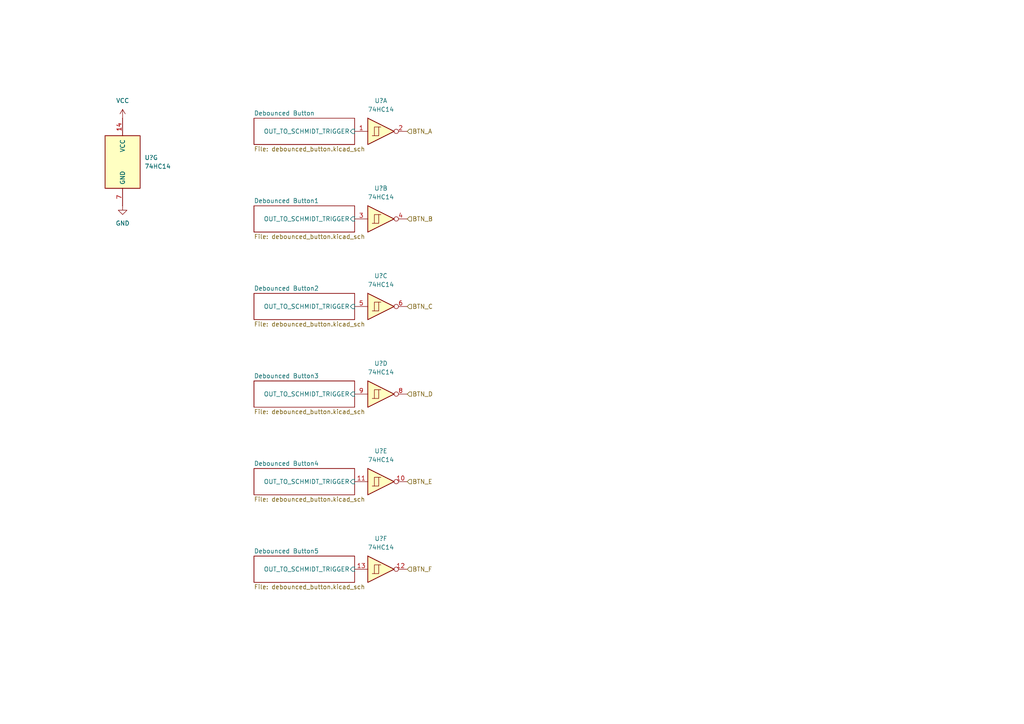
<source format=kicad_sch>
(kicad_sch (version 20250114) (generator "eeschema") (generator_version "9.0")
  (paper "A4")
  (title_block (date "2025-02-23") (rev "v0.2") (company "kevontheweb"))
  (lib_symbols
    (symbol "74xx:74HC14" (pin_names (offset 1.016))
      (property "Reference" "U" (at 0 1.27 0))
      (property "Value" "74HC14" (at 0 -1.27 0))
      (symbol "74HC14_1_0"
        (polyline (pts (xy -3.81 3.81) (xy -3.81 -3.81) (xy 3.81 0) (xy -3.81 3.81)) (stroke (width 0.254)) (fill (type background)))
        (pin input line (at -7.62 0 0) (length 3.81) (name "~") (number "1"))
        (pin output inverted (at 7.62 0 180) (length 3.81) (name "~") (number "2"))
      )
      (symbol "74HC14_1_1"
        (polyline (pts (xy -2.54 -1.27) (xy -0.635 -1.27) (xy -0.635 1.27) (xy 0 1.27)))
        (polyline (pts (xy -1.905 -1.27) (xy -1.905 1.27) (xy -0.635 1.27)))
      )
      (symbol "74HC14_2_0"
        (polyline (pts (xy -3.81 3.81) (xy -3.81 -3.81) (xy 3.81 0) (xy -3.81 3.81)) (stroke (width 0.254)) (fill (type background)))
        (pin input line (at -7.62 0 0) (length 3.81) (name "~") (number "3"))
        (pin output inverted (at 7.62 0 180) (length 3.81) (name "~") (number "4"))
      )
      (symbol "74HC14_2_1"
        (polyline (pts (xy -2.54 -1.27) (xy -0.635 -1.27) (xy -0.635 1.27) (xy 0 1.27)))
        (polyline (pts (xy -1.905 -1.27) (xy -1.905 1.27) (xy -0.635 1.27)))
      )
      (symbol "74HC14_3_0"
        (polyline (pts (xy -3.81 3.81) (xy -3.81 -3.81) (xy 3.81 0) (xy -3.81 3.81)) (stroke (width 0.254)) (fill (type background)))
        (pin input line (at -7.62 0 0) (length 3.81) (name "~") (number "5"))
        (pin output inverted (at 7.62 0 180) (length 3.81) (name "~") (number "6"))
      )
      (symbol "74HC14_3_1"
        (polyline (pts (xy -2.54 -1.27) (xy -0.635 -1.27) (xy -0.635 1.27) (xy 0 1.27)))
        (polyline (pts (xy -1.905 -1.27) (xy -1.905 1.27) (xy -0.635 1.27)))
      )
      (symbol "74HC14_4_0"
        (polyline (pts (xy -3.81 3.81) (xy -3.81 -3.81) (xy 3.81 0) (xy -3.81 3.81)) (stroke (width 0.254)) (fill (type background)))
        (pin input line (at -7.62 0 0) (length 3.81) (name "~") (number "9"))
        (pin output inverted (at 7.62 0 180) (length 3.81) (name "~") (number "8"))
      )
      (symbol "74HC14_4_1"
        (polyline (pts (xy -2.54 -1.27) (xy -0.635 -1.27) (xy -0.635 1.27) (xy 0 1.27)))
        (polyline (pts (xy -1.905 -1.27) (xy -1.905 1.27) (xy -0.635 1.27)))
      )
      (symbol "74HC14_5_0"
        (polyline (pts (xy -3.81 3.81) (xy -3.81 -3.81) (xy 3.81 0) (xy -3.81 3.81)) (stroke (width 0.254)) (fill (type background)))
        (pin input line (at -7.62 0 0) (length 3.81) (name "~") (number "11"))
        (pin output inverted (at 7.62 0 180) (length 3.81) (name "~") (number "10"))
      )
      (symbol "74HC14_5_1"
        (polyline (pts (xy -2.54 -1.27) (xy -0.635 -1.27) (xy -0.635 1.27) (xy 0 1.27)))
        (polyline (pts (xy -1.905 -1.27) (xy -1.905 1.27) (xy -0.635 1.27)))
      )
      (symbol "74HC14_6_0"
        (polyline (pts (xy -3.81 3.81) (xy -3.81 -3.81) (xy 3.81 0) (xy -3.81 3.81)) (stroke (width 0.254)) (fill (type background)))
        (pin input line (at -7.62 0 0) (length 3.81) (name "~") (number "13"))
        (pin output inverted (at 7.62 0 180) (length 3.81) (name "~") (number "12"))
      )
      (symbol "74HC14_6_1"
        (polyline (pts (xy -2.54 -1.27) (xy -0.635 -1.27) (xy -0.635 1.27) (xy 0 1.27)))
        (polyline (pts (xy -1.905 -1.27) (xy -1.905 1.27) (xy -0.635 1.27)))
      )
      (symbol "74HC14_7_0"
        (pin power_in line (at 0 12.7 270) (length 5.08) (name "VCC") (number "14"))
        (pin power_in line (at 0 -12.7 90) (length 5.08) (name "GND") (number "7"))
      )
      (symbol "74HC14_7_1"
        (rectangle (start -5.08 7.62) (end 5.08 -7.62) (stroke (width 0.254)) (fill (type background)))
      )
    )
    (symbol "power:GND" (power) (pin_numbers (hide yes)) (pin_names (offset 0) (hide yes))
      (property "Value" "GND" (at 0 -3.81 0))
      (symbol "GND_0_1"
        (polyline (pts (xy 0 0) (xy 0 -1.27) (xy 1.27 -1.27) (xy 0 -2.54) (xy -1.27 -1.27) (xy 0 -1.27)))
      )
      (symbol "GND_1_1"
        (pin power_in line (at 0 0 270) (length 0) (name "~") (number "1"))
      )
    )
    (symbol "power:VCC" (power) (pin_numbers (hide yes)) (pin_names (offset 0) (hide yes))
      (property "Value" "VCC" (at 0 3.556 0))
      (symbol "VCC_0_1"
        (polyline (pts (xy -0.762 1.27) (xy 0 2.54)))
        (polyline (pts (xy 0 2.54) (xy 0.762 1.27)))
        (polyline (pts (xy 0 0) (xy 0 2.54)))
      )
      (symbol "VCC_1_1"
        (pin power_in line (at 0 0 90) (length 0) (name "~") (number "1"))
      )
    )
  )
  (hierarchical_label "BTN_C" (shape input) (at 118.11 88.9 0))
  (hierarchical_label "BTN_A" (shape input) (at 118.11 38.1 0))
  (hierarchical_label "BTN_E" (shape input) (at 118.11 139.7 0))
  (hierarchical_label "BTN_D" (shape input) (at 118.11 114.3 0))
  (hierarchical_label "BTN_B" (shape input) (at 118.11 63.5 0))
  (hierarchical_label "BTN_F" (shape input) (at 118.11 165.1 0))
  (symbol (lib_id "74xx:74HC14") (at 35.56 46.99 0) (unit 7)
    (property "Reference" "U10" (at 41.91 45.7199 0) (effects (justify left)))
    (property "Value" "74HC14" (at 41.91 48.2599 0) (effects (justify left)))
    (property "Footprint" "Package_SO:SO-14_3.9x8.65mm_P1.27mm" (effects (hide yes)))
    (property "Datasheet" "http://www.ti.com/lit/gpn/sn74HC14" (effects (hide yes)))
    (property "Description" "Hex inverter schmitt trigger" (effects (hide yes)))
    (instances (project "" (path "" (reference "U?") (unit 7)) (path "" (reference "U10") (unit 7))))
  )
  (symbol (lib_id "power:GND") (at 35.56 59.69 0) (unit 1)
    (property "Reference" "#PWR099" (effects (hide yes)))
    (property "Value" "GND" (at 35.56 64.77 0))
    (property "Description" "Power symbol creates a global label with name \"GND\" , ground" (effects (hide yes)))
  )
  (symbol (lib_id "74xx:74HC14") (at 110.49 88.9 0) (unit 3)
    (property "Reference" "U10" (at 110.49 80.01 0))
    (property "Value" "74HC14" (at 110.49 82.55 0))
    (property "Footprint" "Package_SO:SO-14_3.9x8.65mm_P1.27mm" (effects (hide yes)))
    (property "Datasheet" "http://www.ti.com/lit/gpn/sn74HC14" (effects (hide yes)))
    (property "Description" "Hex inverter schmitt trigger" (effects (hide yes)))
    (instances (project "" (path "" (reference "U?") (unit 3)) (path "" (reference "U10") (unit 3))))
  )
  (symbol (lib_id "74xx:74HC14") (at 110.49 165.1 0) (unit 6)
    (property "Reference" "U10" (at 110.49 156.21 0))
    (property "Value" "74HC14" (at 110.49 158.75 0))
    (property "Footprint" "Package_SO:SO-14_3.9x8.65mm_P1.27mm" (effects (hide yes)))
    (property "Datasheet" "http://www.ti.com/lit/gpn/sn74HC14" (effects (hide yes)))
    (property "Description" "Hex inverter schmitt trigger" (effects (hide yes)))
    (instances (project "" (path "" (reference "U?") (unit 6)) (path "" (reference "U10") (unit 6))))
  )
  (symbol (lib_id "74xx:74HC14") (at 110.49 139.7 0) (unit 5)
    (property "Reference" "U10" (at 110.49 130.81 0))
    (property "Value" "74HC14" (at 110.49 133.35 0))
    (property "Footprint" "Package_SO:SO-14_3.9x8.65mm_P1.27mm" (effects (hide yes)))
    (property "Datasheet" "http://www.ti.com/lit/gpn/sn74HC14" (effects (hide yes)))
    (property "Description" "Hex inverter schmitt trigger" (effects (hide yes)))
    (instances (project "" (path "" (reference "U?") (unit 5)) (path "" (reference "U10") (unit 5))))
  )
  (symbol (lib_id "power:VCC") (at 35.56 34.29 0) (unit 1)
    (property "Reference" "#PWR098" (effects (hide yes)))
    (property "Value" "VCC" (at 35.56 29.21 0))
    (property "Description" "Power symbol creates a global label with name \"VCC\"" (effects (hide yes)))
  )
  (symbol (lib_id "74xx:74HC14") (at 110.49 114.3 0) (unit 4)
    (property "Reference" "U10" (at 110.49 105.41 0))
    (property "Value" "74HC14" (at 110.49 107.95 0))
    (property "Footprint" "Package_SO:SO-14_3.9x8.65mm_P1.27mm" (effects (hide yes)))
    (property "Datasheet" "http://www.ti.com/lit/gpn/sn74HC14" (effects (hide yes)))
    (property "Description" "Hex inverter schmitt trigger" (effects (hide yes)))
    (instances (project "" (path "" (reference "U?") (unit 4)) (path "" (reference "U10") (unit 4))))
  )
  (symbol (lib_id "74xx:74HC14") (at 110.49 63.5 0) (unit 2)
    (property "Reference" "U10" (at 110.49 54.61 0))
    (property "Value" "74HC14" (at 110.49 57.15 0))
    (property "Footprint" "Package_SO:SO-14_3.9x8.65mm_P1.27mm" (effects (hide yes)))
    (property "Datasheet" "http://www.ti.com/lit/gpn/sn74HC14" (effects (hide yes)))
    (property "Description" "Hex inverter schmitt trigger" (effects (hide yes)))
    (instances (project "" (path "" (reference "U?") (unit 2)) (path "" (reference "U10") (unit 2))))
  )
  (symbol (lib_id "74xx:74HC14") (at 110.49 38.1 0) (unit 1)
    (property "Reference" "U10" (at 110.49 29.21 0))
    (property "Value" "74HC14" (at 110.49 31.75 0))
    (property "Footprint" "Package_SO:SO-14_3.9x8.65mm_P1.27mm" (effects (hide yes)))
    (property "Datasheet" "http://www.ti.com/lit/gpn/sn74HC14" (effects (hide yes)))
    (property "Description" "Hex inverter schmitt trigger" (effects (hide yes)))
    (instances (project "" (path "" (reference "U?") (unit 1)) (path "" (reference "U10") (unit 1))))
  )
  (sheet (at 73.66 110.49) (size 29.21 7.62) (stroke (width 0.1524))
    (property "Sheetname" "Debounced Button3" (at 73.66 109.7784 0) (effects (justify left bottom)))
    (property "Sheetfile" "debounced_button.kicad_sch" (at 73.66 118.6946 0) (effects (justify left top)))
    (pin "OUT_TO_SCHMIDT_TRIGGER" input (at 102.87 114.3 0))
  )
  (sheet (at 73.66 135.89) (size 29.21 7.62) (stroke (width 0.1524))
    (property "Sheetname" "Debounced Button4" (at 73.66 135.1784 0) (effects (justify left bottom)))
    (property "Sheetfile" "debounced_button.kicad_sch" (at 73.66 144.0946 0) (effects (justify left top)))
    (pin "OUT_TO_SCHMIDT_TRIGGER" input (at 102.87 139.7 0))
  )
  (sheet (at 73.66 161.29) (size 29.21 7.62) (stroke (width 0.1524))
    (property "Sheetname" "Debounced Button5" (at 73.66 160.5784 0) (effects (justify left bottom)))
    (property "Sheetfile" "debounced_button.kicad_sch" (at 73.66 169.4946 0) (effects (justify left top)))
    (pin "OUT_TO_SCHMIDT_TRIGGER" input (at 102.87 165.1 0))
  )
  (sheet (at 73.66 85.09) (size 29.21 7.62) (stroke (width 0.1524))
    (property "Sheetname" "Debounced Button2" (at 73.66 84.3784 0) (effects (justify left bottom)))
    (property "Sheetfile" "debounced_button.kicad_sch" (at 73.66 93.2946 0) (effects (justify left top)))
    (pin "OUT_TO_SCHMIDT_TRIGGER" input (at 102.87 88.9 0))
  )
  (sheet (at 73.66 34.29) (size 29.21 7.62) (stroke (width 0.1524))
    (property "Sheetname" "Debounced Button" (at 73.66 33.5784 0) (effects (justify left bottom)))
    (property "Sheetfile" "debounced_button.kicad_sch" (at 73.66 42.4946 0) (effects (justify left top)))
    (pin "OUT_TO_SCHMIDT_TRIGGER" input (at 102.87 38.1 0))
  )
  (sheet (at 73.66 59.69) (size 29.21 7.62) (stroke (width 0.1524))
    (property "Sheetname" "Debounced Button1" (at 73.66 58.9784 0) (effects (justify left bottom)))
    (property "Sheetfile" "debounced_button.kicad_sch" (at 73.66 67.8946 0) (effects (justify left top)))
    (pin "OUT_TO_SCHMIDT_TRIGGER" input (at 102.87 63.5 0))
  )
)
</source>
